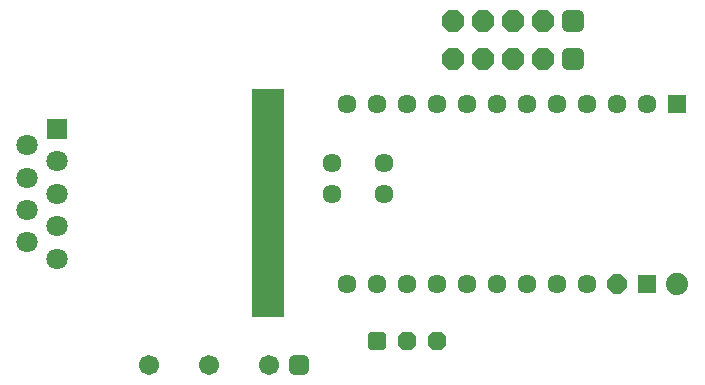
<source format=gbs>
G04*
G04 #@! TF.GenerationSoftware,Altium Limited,Altium Designer,21.6.4 (81)*
G04*
G04 Layer_Color=16711935*
%FSLAX25Y25*%
%MOIN*%
G70*
G04*
G04 #@! TF.SameCoordinates,EBD959BA-066A-46C4-B09C-61E3D241C065*
G04*
G04*
G04 #@! TF.FilePolarity,Negative*
G04*
G01*
G75*
%ADD22R,0.10500X0.76000*%
%ADD36C,0.06699*%
G04:AMPARAMS|DCode=37|XSize=66.99mil|YSize=66.99mil|CornerRadius=17.75mil|HoleSize=0mil|Usage=FLASHONLY|Rotation=0.000|XOffset=0mil|YOffset=0mil|HoleType=Round|Shape=RoundedRectangle|*
%AMROUNDEDRECTD37*
21,1,0.06699,0.03150,0,0,0.0*
21,1,0.03150,0.06699,0,0,0.0*
1,1,0.03550,0.01575,-0.01575*
1,1,0.03550,-0.01575,-0.01575*
1,1,0.03550,-0.01575,0.01575*
1,1,0.03550,0.01575,0.01575*
%
%ADD37ROUNDEDRECTD37*%
%ADD38P,0.08104X8X202.5*%
G04:AMPARAMS|DCode=39|XSize=74.87mil|YSize=74.87mil|CornerRadius=19.72mil|HoleSize=0mil|Usage=FLASHONLY|Rotation=180.000|XOffset=0mil|YOffset=0mil|HoleType=Round|Shape=RoundedRectangle|*
%AMROUNDEDRECTD39*
21,1,0.07487,0.03543,0,0,180.0*
21,1,0.03543,0.07487,0,0,180.0*
1,1,0.03943,-0.01772,0.01772*
1,1,0.03943,0.01772,0.01772*
1,1,0.03943,0.01772,-0.01772*
1,1,0.03943,-0.01772,-0.01772*
%
%ADD39ROUNDEDRECTD39*%
%ADD40C,0.06337*%
%ADD41P,0.06859X8X292.5*%
%ADD42C,0.07400*%
%ADD43R,0.06337X0.06337*%
G04:AMPARAMS|DCode=44|XSize=63.06mil|YSize=63.06mil|CornerRadius=16.76mil|HoleSize=0mil|Usage=FLASHONLY|Rotation=0.000|XOffset=0mil|YOffset=0mil|HoleType=Round|Shape=RoundedRectangle|*
%AMROUNDEDRECTD44*
21,1,0.06306,0.02953,0,0,0.0*
21,1,0.02953,0.06306,0,0,0.0*
1,1,0.03353,0.01476,-0.01476*
1,1,0.03353,-0.01476,-0.01476*
1,1,0.03353,-0.01476,0.01476*
1,1,0.03353,0.01476,0.01476*
%
%ADD44ROUNDEDRECTD44*%
%ADD45P,0.06825X8X22.5*%
%ADD46R,0.07093X0.07093*%
%ADD47C,0.07093*%
%ADD48C,0.00400*%
D22*
X97750Y62000D02*
D03*
D36*
X98000Y8000D02*
D03*
X58000D02*
D03*
X78000D02*
D03*
D37*
X108000Y8000D02*
D03*
D38*
X159500Y110000D02*
D03*
X169500D02*
D03*
X179500D02*
D03*
X189500D02*
D03*
X159500Y122500D02*
D03*
X169500D02*
D03*
X179500D02*
D03*
X189500D02*
D03*
D39*
X199500Y110000D02*
D03*
Y122500D02*
D03*
D40*
X136500Y75250D02*
D03*
Y65000D02*
D03*
X119000Y75250D02*
D03*
Y65000D02*
D03*
X204000Y35000D02*
D03*
X194000D02*
D03*
X184000D02*
D03*
X174000D02*
D03*
X164000D02*
D03*
X154000D02*
D03*
X144000D02*
D03*
X134000D02*
D03*
X124000D02*
D03*
Y95000D02*
D03*
X134000D02*
D03*
X144000D02*
D03*
X154000D02*
D03*
X164000D02*
D03*
X174000D02*
D03*
X184000D02*
D03*
X194000D02*
D03*
X204000D02*
D03*
X214000D02*
D03*
X224000D02*
D03*
D41*
X214000Y35000D02*
D03*
D42*
X234000D02*
D03*
D43*
X224000D02*
D03*
X234000Y95000D02*
D03*
D44*
X134000Y16000D02*
D03*
D45*
X144000D02*
D03*
X154000D02*
D03*
D46*
X27500Y86535D02*
D03*
D47*
Y75748D02*
D03*
Y64961D02*
D03*
Y54173D02*
D03*
Y43386D02*
D03*
X17500Y81142D02*
D03*
Y70354D02*
D03*
Y59567D02*
D03*
Y48779D02*
D03*
D48*
X22500Y114173D02*
D03*
Y15748D02*
D03*
X224410D02*
D03*
Y114173D02*
D03*
M02*

</source>
